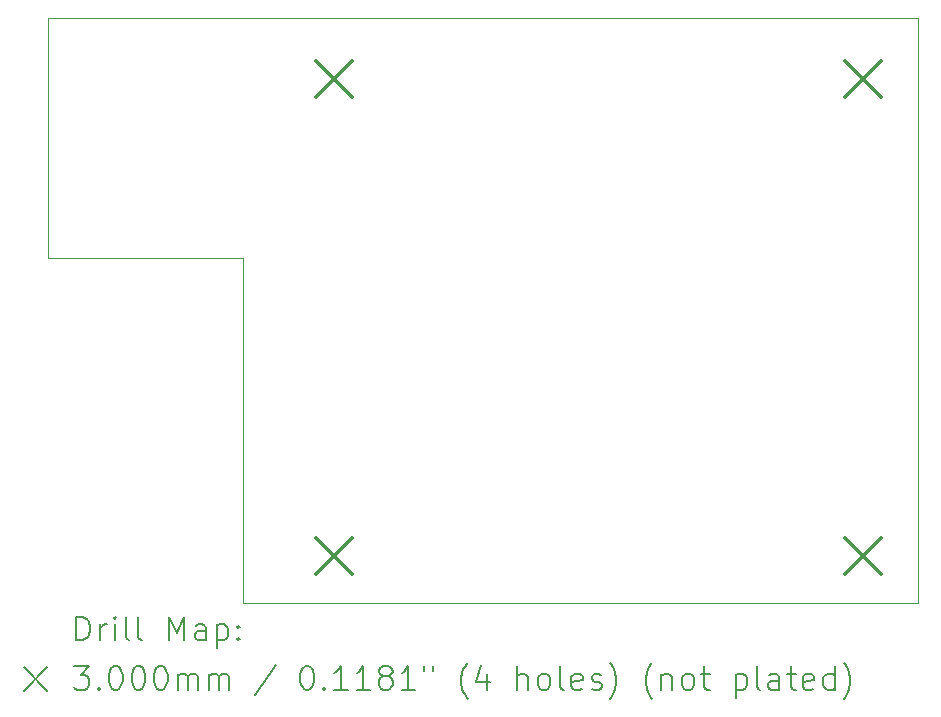
<source format=gbr>
%TF.GenerationSoftware,KiCad,Pcbnew,7.0.1*%
%TF.CreationDate,2023-04-02T16:08:45+02:00*%
%TF.ProjectId,PMOD SPI SD TFT,504d4f44-2053-4504-9920-534420544654,V1.0*%
%TF.SameCoordinates,Original*%
%TF.FileFunction,Drillmap*%
%TF.FilePolarity,Positive*%
%FSLAX45Y45*%
G04 Gerber Fmt 4.5, Leading zero omitted, Abs format (unit mm)*
G04 Created by KiCad (PCBNEW 7.0.1) date 2023-04-02 16:08:45*
%MOMM*%
%LPD*%
G01*
G04 APERTURE LIST*
%ADD10C,0.100000*%
%ADD11C,0.200000*%
%ADD12C,0.300000*%
G04 APERTURE END LIST*
D10*
X2540000Y-2413000D02*
X2540000Y2540000D01*
X-3175000Y-2413000D02*
X-3175000Y508000D01*
X2540000Y2540000D02*
X-4826000Y2540000D01*
X-4826000Y2540000D02*
X-4826000Y508000D01*
X-4826000Y508000D02*
X-3175000Y508000D01*
X2540000Y-2413000D02*
X-3175000Y-2413000D01*
D11*
D12*
X-2554000Y2169500D02*
X-2254000Y1869500D01*
X-2254000Y2169500D02*
X-2554000Y1869500D01*
X-2554000Y-1869500D02*
X-2254000Y-2169500D01*
X-2254000Y-1869500D02*
X-2554000Y-2169500D01*
X1926000Y2169500D02*
X2226000Y1869500D01*
X2226000Y2169500D02*
X1926000Y1869500D01*
X1926000Y-1869500D02*
X2226000Y-2169500D01*
X2226000Y-1869500D02*
X1926000Y-2169500D01*
D11*
X-4583381Y-2730524D02*
X-4583381Y-2530524D01*
X-4583381Y-2530524D02*
X-4535762Y-2530524D01*
X-4535762Y-2530524D02*
X-4507190Y-2540048D01*
X-4507190Y-2540048D02*
X-4488143Y-2559095D01*
X-4488143Y-2559095D02*
X-4478619Y-2578143D01*
X-4478619Y-2578143D02*
X-4469095Y-2616238D01*
X-4469095Y-2616238D02*
X-4469095Y-2644810D01*
X-4469095Y-2644810D02*
X-4478619Y-2682905D01*
X-4478619Y-2682905D02*
X-4488143Y-2701952D01*
X-4488143Y-2701952D02*
X-4507190Y-2721000D01*
X-4507190Y-2721000D02*
X-4535762Y-2730524D01*
X-4535762Y-2730524D02*
X-4583381Y-2730524D01*
X-4383381Y-2730524D02*
X-4383381Y-2597190D01*
X-4383381Y-2635286D02*
X-4373857Y-2616238D01*
X-4373857Y-2616238D02*
X-4364333Y-2606714D01*
X-4364333Y-2606714D02*
X-4345286Y-2597190D01*
X-4345286Y-2597190D02*
X-4326238Y-2597190D01*
X-4259571Y-2730524D02*
X-4259571Y-2597190D01*
X-4259571Y-2530524D02*
X-4269095Y-2540048D01*
X-4269095Y-2540048D02*
X-4259571Y-2549571D01*
X-4259571Y-2549571D02*
X-4250048Y-2540048D01*
X-4250048Y-2540048D02*
X-4259571Y-2530524D01*
X-4259571Y-2530524D02*
X-4259571Y-2549571D01*
X-4135762Y-2730524D02*
X-4154809Y-2721000D01*
X-4154809Y-2721000D02*
X-4164333Y-2701952D01*
X-4164333Y-2701952D02*
X-4164333Y-2530524D01*
X-4031000Y-2730524D02*
X-4050048Y-2721000D01*
X-4050048Y-2721000D02*
X-4059571Y-2701952D01*
X-4059571Y-2701952D02*
X-4059571Y-2530524D01*
X-3802428Y-2730524D02*
X-3802428Y-2530524D01*
X-3802428Y-2530524D02*
X-3735762Y-2673381D01*
X-3735762Y-2673381D02*
X-3669095Y-2530524D01*
X-3669095Y-2530524D02*
X-3669095Y-2730524D01*
X-3488143Y-2730524D02*
X-3488143Y-2625762D01*
X-3488143Y-2625762D02*
X-3497667Y-2606714D01*
X-3497667Y-2606714D02*
X-3516714Y-2597190D01*
X-3516714Y-2597190D02*
X-3554809Y-2597190D01*
X-3554809Y-2597190D02*
X-3573857Y-2606714D01*
X-3488143Y-2721000D02*
X-3507190Y-2730524D01*
X-3507190Y-2730524D02*
X-3554809Y-2730524D01*
X-3554809Y-2730524D02*
X-3573857Y-2721000D01*
X-3573857Y-2721000D02*
X-3583381Y-2701952D01*
X-3583381Y-2701952D02*
X-3583381Y-2682905D01*
X-3583381Y-2682905D02*
X-3573857Y-2663857D01*
X-3573857Y-2663857D02*
X-3554809Y-2654333D01*
X-3554809Y-2654333D02*
X-3507190Y-2654333D01*
X-3507190Y-2654333D02*
X-3488143Y-2644810D01*
X-3392905Y-2597190D02*
X-3392905Y-2797190D01*
X-3392905Y-2606714D02*
X-3373857Y-2597190D01*
X-3373857Y-2597190D02*
X-3335762Y-2597190D01*
X-3335762Y-2597190D02*
X-3316714Y-2606714D01*
X-3316714Y-2606714D02*
X-3307190Y-2616238D01*
X-3307190Y-2616238D02*
X-3297667Y-2635286D01*
X-3297667Y-2635286D02*
X-3297667Y-2692429D01*
X-3297667Y-2692429D02*
X-3307190Y-2711476D01*
X-3307190Y-2711476D02*
X-3316714Y-2721000D01*
X-3316714Y-2721000D02*
X-3335762Y-2730524D01*
X-3335762Y-2730524D02*
X-3373857Y-2730524D01*
X-3373857Y-2730524D02*
X-3392905Y-2721000D01*
X-3211952Y-2711476D02*
X-3202428Y-2721000D01*
X-3202428Y-2721000D02*
X-3211952Y-2730524D01*
X-3211952Y-2730524D02*
X-3221476Y-2721000D01*
X-3221476Y-2721000D02*
X-3211952Y-2711476D01*
X-3211952Y-2711476D02*
X-3211952Y-2730524D01*
X-3211952Y-2606714D02*
X-3202428Y-2616238D01*
X-3202428Y-2616238D02*
X-3211952Y-2625762D01*
X-3211952Y-2625762D02*
X-3221476Y-2616238D01*
X-3221476Y-2616238D02*
X-3211952Y-2606714D01*
X-3211952Y-2606714D02*
X-3211952Y-2625762D01*
X-5031000Y-2958000D02*
X-4831000Y-3158000D01*
X-4831000Y-2958000D02*
X-5031000Y-3158000D01*
X-4602429Y-2950524D02*
X-4478619Y-2950524D01*
X-4478619Y-2950524D02*
X-4545286Y-3026714D01*
X-4545286Y-3026714D02*
X-4516714Y-3026714D01*
X-4516714Y-3026714D02*
X-4497667Y-3036238D01*
X-4497667Y-3036238D02*
X-4488143Y-3045762D01*
X-4488143Y-3045762D02*
X-4478619Y-3064809D01*
X-4478619Y-3064809D02*
X-4478619Y-3112428D01*
X-4478619Y-3112428D02*
X-4488143Y-3131476D01*
X-4488143Y-3131476D02*
X-4497667Y-3141000D01*
X-4497667Y-3141000D02*
X-4516714Y-3150524D01*
X-4516714Y-3150524D02*
X-4573857Y-3150524D01*
X-4573857Y-3150524D02*
X-4592905Y-3141000D01*
X-4592905Y-3141000D02*
X-4602429Y-3131476D01*
X-4392905Y-3131476D02*
X-4383381Y-3141000D01*
X-4383381Y-3141000D02*
X-4392905Y-3150524D01*
X-4392905Y-3150524D02*
X-4402429Y-3141000D01*
X-4402429Y-3141000D02*
X-4392905Y-3131476D01*
X-4392905Y-3131476D02*
X-4392905Y-3150524D01*
X-4259571Y-2950524D02*
X-4240524Y-2950524D01*
X-4240524Y-2950524D02*
X-4221476Y-2960048D01*
X-4221476Y-2960048D02*
X-4211952Y-2969571D01*
X-4211952Y-2969571D02*
X-4202429Y-2988619D01*
X-4202429Y-2988619D02*
X-4192905Y-3026714D01*
X-4192905Y-3026714D02*
X-4192905Y-3074333D01*
X-4192905Y-3074333D02*
X-4202429Y-3112428D01*
X-4202429Y-3112428D02*
X-4211952Y-3131476D01*
X-4211952Y-3131476D02*
X-4221476Y-3141000D01*
X-4221476Y-3141000D02*
X-4240524Y-3150524D01*
X-4240524Y-3150524D02*
X-4259571Y-3150524D01*
X-4259571Y-3150524D02*
X-4278619Y-3141000D01*
X-4278619Y-3141000D02*
X-4288143Y-3131476D01*
X-4288143Y-3131476D02*
X-4297667Y-3112428D01*
X-4297667Y-3112428D02*
X-4307190Y-3074333D01*
X-4307190Y-3074333D02*
X-4307190Y-3026714D01*
X-4307190Y-3026714D02*
X-4297667Y-2988619D01*
X-4297667Y-2988619D02*
X-4288143Y-2969571D01*
X-4288143Y-2969571D02*
X-4278619Y-2960048D01*
X-4278619Y-2960048D02*
X-4259571Y-2950524D01*
X-4069095Y-2950524D02*
X-4050047Y-2950524D01*
X-4050047Y-2950524D02*
X-4031000Y-2960048D01*
X-4031000Y-2960048D02*
X-4021476Y-2969571D01*
X-4021476Y-2969571D02*
X-4011952Y-2988619D01*
X-4011952Y-2988619D02*
X-4002428Y-3026714D01*
X-4002428Y-3026714D02*
X-4002428Y-3074333D01*
X-4002428Y-3074333D02*
X-4011952Y-3112428D01*
X-4011952Y-3112428D02*
X-4021476Y-3131476D01*
X-4021476Y-3131476D02*
X-4031000Y-3141000D01*
X-4031000Y-3141000D02*
X-4050047Y-3150524D01*
X-4050047Y-3150524D02*
X-4069095Y-3150524D01*
X-4069095Y-3150524D02*
X-4088143Y-3141000D01*
X-4088143Y-3141000D02*
X-4097667Y-3131476D01*
X-4097667Y-3131476D02*
X-4107190Y-3112428D01*
X-4107190Y-3112428D02*
X-4116714Y-3074333D01*
X-4116714Y-3074333D02*
X-4116714Y-3026714D01*
X-4116714Y-3026714D02*
X-4107190Y-2988619D01*
X-4107190Y-2988619D02*
X-4097667Y-2969571D01*
X-4097667Y-2969571D02*
X-4088143Y-2960048D01*
X-4088143Y-2960048D02*
X-4069095Y-2950524D01*
X-3878619Y-2950524D02*
X-3859571Y-2950524D01*
X-3859571Y-2950524D02*
X-3840524Y-2960048D01*
X-3840524Y-2960048D02*
X-3831000Y-2969571D01*
X-3831000Y-2969571D02*
X-3821476Y-2988619D01*
X-3821476Y-2988619D02*
X-3811952Y-3026714D01*
X-3811952Y-3026714D02*
X-3811952Y-3074333D01*
X-3811952Y-3074333D02*
X-3821476Y-3112428D01*
X-3821476Y-3112428D02*
X-3831000Y-3131476D01*
X-3831000Y-3131476D02*
X-3840524Y-3141000D01*
X-3840524Y-3141000D02*
X-3859571Y-3150524D01*
X-3859571Y-3150524D02*
X-3878619Y-3150524D01*
X-3878619Y-3150524D02*
X-3897667Y-3141000D01*
X-3897667Y-3141000D02*
X-3907190Y-3131476D01*
X-3907190Y-3131476D02*
X-3916714Y-3112428D01*
X-3916714Y-3112428D02*
X-3926238Y-3074333D01*
X-3926238Y-3074333D02*
X-3926238Y-3026714D01*
X-3926238Y-3026714D02*
X-3916714Y-2988619D01*
X-3916714Y-2988619D02*
X-3907190Y-2969571D01*
X-3907190Y-2969571D02*
X-3897667Y-2960048D01*
X-3897667Y-2960048D02*
X-3878619Y-2950524D01*
X-3726238Y-3150524D02*
X-3726238Y-3017190D01*
X-3726238Y-3036238D02*
X-3716714Y-3026714D01*
X-3716714Y-3026714D02*
X-3697667Y-3017190D01*
X-3697667Y-3017190D02*
X-3669095Y-3017190D01*
X-3669095Y-3017190D02*
X-3650047Y-3026714D01*
X-3650047Y-3026714D02*
X-3640524Y-3045762D01*
X-3640524Y-3045762D02*
X-3640524Y-3150524D01*
X-3640524Y-3045762D02*
X-3631000Y-3026714D01*
X-3631000Y-3026714D02*
X-3611952Y-3017190D01*
X-3611952Y-3017190D02*
X-3583381Y-3017190D01*
X-3583381Y-3017190D02*
X-3564333Y-3026714D01*
X-3564333Y-3026714D02*
X-3554809Y-3045762D01*
X-3554809Y-3045762D02*
X-3554809Y-3150524D01*
X-3459571Y-3150524D02*
X-3459571Y-3017190D01*
X-3459571Y-3036238D02*
X-3450047Y-3026714D01*
X-3450047Y-3026714D02*
X-3431000Y-3017190D01*
X-3431000Y-3017190D02*
X-3402428Y-3017190D01*
X-3402428Y-3017190D02*
X-3383381Y-3026714D01*
X-3383381Y-3026714D02*
X-3373857Y-3045762D01*
X-3373857Y-3045762D02*
X-3373857Y-3150524D01*
X-3373857Y-3045762D02*
X-3364333Y-3026714D01*
X-3364333Y-3026714D02*
X-3345286Y-3017190D01*
X-3345286Y-3017190D02*
X-3316714Y-3017190D01*
X-3316714Y-3017190D02*
X-3297666Y-3026714D01*
X-3297666Y-3026714D02*
X-3288143Y-3045762D01*
X-3288143Y-3045762D02*
X-3288143Y-3150524D01*
X-2897666Y-2941000D02*
X-3069095Y-3198143D01*
X-2640524Y-2950524D02*
X-2621476Y-2950524D01*
X-2621476Y-2950524D02*
X-2602428Y-2960048D01*
X-2602428Y-2960048D02*
X-2592905Y-2969571D01*
X-2592905Y-2969571D02*
X-2583381Y-2988619D01*
X-2583381Y-2988619D02*
X-2573857Y-3026714D01*
X-2573857Y-3026714D02*
X-2573857Y-3074333D01*
X-2573857Y-3074333D02*
X-2583381Y-3112428D01*
X-2583381Y-3112428D02*
X-2592905Y-3131476D01*
X-2592905Y-3131476D02*
X-2602428Y-3141000D01*
X-2602428Y-3141000D02*
X-2621476Y-3150524D01*
X-2621476Y-3150524D02*
X-2640524Y-3150524D01*
X-2640524Y-3150524D02*
X-2659571Y-3141000D01*
X-2659571Y-3141000D02*
X-2669095Y-3131476D01*
X-2669095Y-3131476D02*
X-2678619Y-3112428D01*
X-2678619Y-3112428D02*
X-2688143Y-3074333D01*
X-2688143Y-3074333D02*
X-2688143Y-3026714D01*
X-2688143Y-3026714D02*
X-2678619Y-2988619D01*
X-2678619Y-2988619D02*
X-2669095Y-2969571D01*
X-2669095Y-2969571D02*
X-2659571Y-2960048D01*
X-2659571Y-2960048D02*
X-2640524Y-2950524D01*
X-2488143Y-3131476D02*
X-2478619Y-3141000D01*
X-2478619Y-3141000D02*
X-2488143Y-3150524D01*
X-2488143Y-3150524D02*
X-2497666Y-3141000D01*
X-2497666Y-3141000D02*
X-2488143Y-3131476D01*
X-2488143Y-3131476D02*
X-2488143Y-3150524D01*
X-2288143Y-3150524D02*
X-2402428Y-3150524D01*
X-2345286Y-3150524D02*
X-2345286Y-2950524D01*
X-2345286Y-2950524D02*
X-2364333Y-2979095D01*
X-2364333Y-2979095D02*
X-2383381Y-2998143D01*
X-2383381Y-2998143D02*
X-2402428Y-3007667D01*
X-2097666Y-3150524D02*
X-2211952Y-3150524D01*
X-2154809Y-3150524D02*
X-2154809Y-2950524D01*
X-2154809Y-2950524D02*
X-2173857Y-2979095D01*
X-2173857Y-2979095D02*
X-2192905Y-2998143D01*
X-2192905Y-2998143D02*
X-2211952Y-3007667D01*
X-1983381Y-3036238D02*
X-2002428Y-3026714D01*
X-2002428Y-3026714D02*
X-2011952Y-3017190D01*
X-2011952Y-3017190D02*
X-2021476Y-2998143D01*
X-2021476Y-2998143D02*
X-2021476Y-2988619D01*
X-2021476Y-2988619D02*
X-2011952Y-2969571D01*
X-2011952Y-2969571D02*
X-2002428Y-2960048D01*
X-2002428Y-2960048D02*
X-1983381Y-2950524D01*
X-1983381Y-2950524D02*
X-1945285Y-2950524D01*
X-1945285Y-2950524D02*
X-1926238Y-2960048D01*
X-1926238Y-2960048D02*
X-1916714Y-2969571D01*
X-1916714Y-2969571D02*
X-1907190Y-2988619D01*
X-1907190Y-2988619D02*
X-1907190Y-2998143D01*
X-1907190Y-2998143D02*
X-1916714Y-3017190D01*
X-1916714Y-3017190D02*
X-1926238Y-3026714D01*
X-1926238Y-3026714D02*
X-1945285Y-3036238D01*
X-1945285Y-3036238D02*
X-1983381Y-3036238D01*
X-1983381Y-3036238D02*
X-2002428Y-3045762D01*
X-2002428Y-3045762D02*
X-2011952Y-3055286D01*
X-2011952Y-3055286D02*
X-2021476Y-3074333D01*
X-2021476Y-3074333D02*
X-2021476Y-3112428D01*
X-2021476Y-3112428D02*
X-2011952Y-3131476D01*
X-2011952Y-3131476D02*
X-2002428Y-3141000D01*
X-2002428Y-3141000D02*
X-1983381Y-3150524D01*
X-1983381Y-3150524D02*
X-1945285Y-3150524D01*
X-1945285Y-3150524D02*
X-1926238Y-3141000D01*
X-1926238Y-3141000D02*
X-1916714Y-3131476D01*
X-1916714Y-3131476D02*
X-1907190Y-3112428D01*
X-1907190Y-3112428D02*
X-1907190Y-3074333D01*
X-1907190Y-3074333D02*
X-1916714Y-3055286D01*
X-1916714Y-3055286D02*
X-1926238Y-3045762D01*
X-1926238Y-3045762D02*
X-1945285Y-3036238D01*
X-1716714Y-3150524D02*
X-1831000Y-3150524D01*
X-1773857Y-3150524D02*
X-1773857Y-2950524D01*
X-1773857Y-2950524D02*
X-1792904Y-2979095D01*
X-1792904Y-2979095D02*
X-1811952Y-2998143D01*
X-1811952Y-2998143D02*
X-1831000Y-3007667D01*
X-1640523Y-2950524D02*
X-1640523Y-2988619D01*
X-1564333Y-2950524D02*
X-1564333Y-2988619D01*
X-1269095Y-3226714D02*
X-1278619Y-3217190D01*
X-1278619Y-3217190D02*
X-1297666Y-3188619D01*
X-1297666Y-3188619D02*
X-1307190Y-3169571D01*
X-1307190Y-3169571D02*
X-1316714Y-3141000D01*
X-1316714Y-3141000D02*
X-1326238Y-3093381D01*
X-1326238Y-3093381D02*
X-1326238Y-3055286D01*
X-1326238Y-3055286D02*
X-1316714Y-3007667D01*
X-1316714Y-3007667D02*
X-1307190Y-2979095D01*
X-1307190Y-2979095D02*
X-1297666Y-2960048D01*
X-1297666Y-2960048D02*
X-1278619Y-2931476D01*
X-1278619Y-2931476D02*
X-1269095Y-2921952D01*
X-1107190Y-3017190D02*
X-1107190Y-3150524D01*
X-1154809Y-2941000D02*
X-1202428Y-3083857D01*
X-1202428Y-3083857D02*
X-1078619Y-3083857D01*
X-850047Y-3150524D02*
X-850047Y-2950524D01*
X-764333Y-3150524D02*
X-764333Y-3045762D01*
X-764333Y-3045762D02*
X-773857Y-3026714D01*
X-773857Y-3026714D02*
X-792904Y-3017190D01*
X-792904Y-3017190D02*
X-821476Y-3017190D01*
X-821476Y-3017190D02*
X-840523Y-3026714D01*
X-840523Y-3026714D02*
X-850047Y-3036238D01*
X-640523Y-3150524D02*
X-659571Y-3141000D01*
X-659571Y-3141000D02*
X-669095Y-3131476D01*
X-669095Y-3131476D02*
X-678619Y-3112428D01*
X-678619Y-3112428D02*
X-678619Y-3055286D01*
X-678619Y-3055286D02*
X-669095Y-3036238D01*
X-669095Y-3036238D02*
X-659571Y-3026714D01*
X-659571Y-3026714D02*
X-640523Y-3017190D01*
X-640523Y-3017190D02*
X-611952Y-3017190D01*
X-611952Y-3017190D02*
X-592904Y-3026714D01*
X-592904Y-3026714D02*
X-583381Y-3036238D01*
X-583381Y-3036238D02*
X-573857Y-3055286D01*
X-573857Y-3055286D02*
X-573857Y-3112428D01*
X-573857Y-3112428D02*
X-583381Y-3131476D01*
X-583381Y-3131476D02*
X-592904Y-3141000D01*
X-592904Y-3141000D02*
X-611952Y-3150524D01*
X-611952Y-3150524D02*
X-640523Y-3150524D01*
X-459571Y-3150524D02*
X-478619Y-3141000D01*
X-478619Y-3141000D02*
X-488142Y-3121952D01*
X-488142Y-3121952D02*
X-488142Y-2950524D01*
X-307190Y-3141000D02*
X-326238Y-3150524D01*
X-326238Y-3150524D02*
X-364333Y-3150524D01*
X-364333Y-3150524D02*
X-383380Y-3141000D01*
X-383380Y-3141000D02*
X-392904Y-3121952D01*
X-392904Y-3121952D02*
X-392904Y-3045762D01*
X-392904Y-3045762D02*
X-383380Y-3026714D01*
X-383380Y-3026714D02*
X-364333Y-3017190D01*
X-364333Y-3017190D02*
X-326238Y-3017190D01*
X-326238Y-3017190D02*
X-307190Y-3026714D01*
X-307190Y-3026714D02*
X-297666Y-3045762D01*
X-297666Y-3045762D02*
X-297666Y-3064809D01*
X-297666Y-3064809D02*
X-392904Y-3083857D01*
X-221476Y-3141000D02*
X-202428Y-3150524D01*
X-202428Y-3150524D02*
X-164333Y-3150524D01*
X-164333Y-3150524D02*
X-145285Y-3141000D01*
X-145285Y-3141000D02*
X-135761Y-3121952D01*
X-135761Y-3121952D02*
X-135761Y-3112428D01*
X-135761Y-3112428D02*
X-145285Y-3093381D01*
X-145285Y-3093381D02*
X-164333Y-3083857D01*
X-164333Y-3083857D02*
X-192904Y-3083857D01*
X-192904Y-3083857D02*
X-211952Y-3074333D01*
X-211952Y-3074333D02*
X-221476Y-3055286D01*
X-221476Y-3055286D02*
X-221476Y-3045762D01*
X-221476Y-3045762D02*
X-211952Y-3026714D01*
X-211952Y-3026714D02*
X-192904Y-3017190D01*
X-192904Y-3017190D02*
X-164333Y-3017190D01*
X-164333Y-3017190D02*
X-145285Y-3026714D01*
X-69095Y-3226714D02*
X-59571Y-3217190D01*
X-59571Y-3217190D02*
X-40523Y-3188619D01*
X-40523Y-3188619D02*
X-30999Y-3169571D01*
X-30999Y-3169571D02*
X-21476Y-3141000D01*
X-21476Y-3141000D02*
X-11952Y-3093381D01*
X-11952Y-3093381D02*
X-11952Y-3055286D01*
X-11952Y-3055286D02*
X-21476Y-3007667D01*
X-21476Y-3007667D02*
X-30999Y-2979095D01*
X-30999Y-2979095D02*
X-40523Y-2960048D01*
X-40523Y-2960048D02*
X-59571Y-2931476D01*
X-59571Y-2931476D02*
X-69095Y-2921952D01*
X292810Y-3226714D02*
X283286Y-3217190D01*
X283286Y-3217190D02*
X264239Y-3188619D01*
X264239Y-3188619D02*
X254715Y-3169571D01*
X254715Y-3169571D02*
X245191Y-3141000D01*
X245191Y-3141000D02*
X235667Y-3093381D01*
X235667Y-3093381D02*
X235667Y-3055286D01*
X235667Y-3055286D02*
X245191Y-3007667D01*
X245191Y-3007667D02*
X254715Y-2979095D01*
X254715Y-2979095D02*
X264239Y-2960048D01*
X264239Y-2960048D02*
X283286Y-2931476D01*
X283286Y-2931476D02*
X292810Y-2921952D01*
X369000Y-3017190D02*
X369000Y-3150524D01*
X369000Y-3036238D02*
X378524Y-3026714D01*
X378524Y-3026714D02*
X397572Y-3017190D01*
X397572Y-3017190D02*
X426143Y-3017190D01*
X426143Y-3017190D02*
X445191Y-3026714D01*
X445191Y-3026714D02*
X454715Y-3045762D01*
X454715Y-3045762D02*
X454715Y-3150524D01*
X578524Y-3150524D02*
X559477Y-3141000D01*
X559477Y-3141000D02*
X549953Y-3131476D01*
X549953Y-3131476D02*
X540429Y-3112428D01*
X540429Y-3112428D02*
X540429Y-3055286D01*
X540429Y-3055286D02*
X549953Y-3036238D01*
X549953Y-3036238D02*
X559477Y-3026714D01*
X559477Y-3026714D02*
X578524Y-3017190D01*
X578524Y-3017190D02*
X607096Y-3017190D01*
X607096Y-3017190D02*
X626143Y-3026714D01*
X626143Y-3026714D02*
X635667Y-3036238D01*
X635667Y-3036238D02*
X645191Y-3055286D01*
X645191Y-3055286D02*
X645191Y-3112428D01*
X645191Y-3112428D02*
X635667Y-3131476D01*
X635667Y-3131476D02*
X626143Y-3141000D01*
X626143Y-3141000D02*
X607096Y-3150524D01*
X607096Y-3150524D02*
X578524Y-3150524D01*
X702334Y-3017190D02*
X778524Y-3017190D01*
X730905Y-2950524D02*
X730905Y-3121952D01*
X730905Y-3121952D02*
X740429Y-3141000D01*
X740429Y-3141000D02*
X759477Y-3150524D01*
X759477Y-3150524D02*
X778524Y-3150524D01*
X997572Y-3017190D02*
X997572Y-3217190D01*
X997572Y-3026714D02*
X1016619Y-3017190D01*
X1016619Y-3017190D02*
X1054715Y-3017190D01*
X1054715Y-3017190D02*
X1073762Y-3026714D01*
X1073762Y-3026714D02*
X1083286Y-3036238D01*
X1083286Y-3036238D02*
X1092810Y-3055286D01*
X1092810Y-3055286D02*
X1092810Y-3112428D01*
X1092810Y-3112428D02*
X1083286Y-3131476D01*
X1083286Y-3131476D02*
X1073762Y-3141000D01*
X1073762Y-3141000D02*
X1054715Y-3150524D01*
X1054715Y-3150524D02*
X1016619Y-3150524D01*
X1016619Y-3150524D02*
X997572Y-3141000D01*
X1207096Y-3150524D02*
X1188048Y-3141000D01*
X1188048Y-3141000D02*
X1178524Y-3121952D01*
X1178524Y-3121952D02*
X1178524Y-2950524D01*
X1369001Y-3150524D02*
X1369001Y-3045762D01*
X1369001Y-3045762D02*
X1359477Y-3026714D01*
X1359477Y-3026714D02*
X1340429Y-3017190D01*
X1340429Y-3017190D02*
X1302334Y-3017190D01*
X1302334Y-3017190D02*
X1283286Y-3026714D01*
X1369001Y-3141000D02*
X1349953Y-3150524D01*
X1349953Y-3150524D02*
X1302334Y-3150524D01*
X1302334Y-3150524D02*
X1283286Y-3141000D01*
X1283286Y-3141000D02*
X1273762Y-3121952D01*
X1273762Y-3121952D02*
X1273762Y-3102905D01*
X1273762Y-3102905D02*
X1283286Y-3083857D01*
X1283286Y-3083857D02*
X1302334Y-3074333D01*
X1302334Y-3074333D02*
X1349953Y-3074333D01*
X1349953Y-3074333D02*
X1369001Y-3064809D01*
X1435667Y-3017190D02*
X1511858Y-3017190D01*
X1464239Y-2950524D02*
X1464239Y-3121952D01*
X1464239Y-3121952D02*
X1473762Y-3141000D01*
X1473762Y-3141000D02*
X1492810Y-3150524D01*
X1492810Y-3150524D02*
X1511858Y-3150524D01*
X1654715Y-3141000D02*
X1635667Y-3150524D01*
X1635667Y-3150524D02*
X1597572Y-3150524D01*
X1597572Y-3150524D02*
X1578524Y-3141000D01*
X1578524Y-3141000D02*
X1569000Y-3121952D01*
X1569000Y-3121952D02*
X1569000Y-3045762D01*
X1569000Y-3045762D02*
X1578524Y-3026714D01*
X1578524Y-3026714D02*
X1597572Y-3017190D01*
X1597572Y-3017190D02*
X1635667Y-3017190D01*
X1635667Y-3017190D02*
X1654715Y-3026714D01*
X1654715Y-3026714D02*
X1664239Y-3045762D01*
X1664239Y-3045762D02*
X1664239Y-3064809D01*
X1664239Y-3064809D02*
X1569000Y-3083857D01*
X1835667Y-3150524D02*
X1835667Y-2950524D01*
X1835667Y-3141000D02*
X1816620Y-3150524D01*
X1816620Y-3150524D02*
X1778524Y-3150524D01*
X1778524Y-3150524D02*
X1759477Y-3141000D01*
X1759477Y-3141000D02*
X1749953Y-3131476D01*
X1749953Y-3131476D02*
X1740429Y-3112428D01*
X1740429Y-3112428D02*
X1740429Y-3055286D01*
X1740429Y-3055286D02*
X1749953Y-3036238D01*
X1749953Y-3036238D02*
X1759477Y-3026714D01*
X1759477Y-3026714D02*
X1778524Y-3017190D01*
X1778524Y-3017190D02*
X1816620Y-3017190D01*
X1816620Y-3017190D02*
X1835667Y-3026714D01*
X1911858Y-3226714D02*
X1921381Y-3217190D01*
X1921381Y-3217190D02*
X1940429Y-3188619D01*
X1940429Y-3188619D02*
X1949953Y-3169571D01*
X1949953Y-3169571D02*
X1959477Y-3141000D01*
X1959477Y-3141000D02*
X1969000Y-3093381D01*
X1969000Y-3093381D02*
X1969000Y-3055286D01*
X1969000Y-3055286D02*
X1959477Y-3007667D01*
X1959477Y-3007667D02*
X1949953Y-2979095D01*
X1949953Y-2979095D02*
X1940429Y-2960048D01*
X1940429Y-2960048D02*
X1921381Y-2931476D01*
X1921381Y-2931476D02*
X1911858Y-2921952D01*
M02*

</source>
